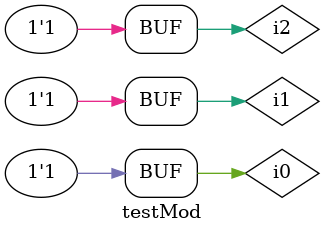
<source format=v>

module decoderMod(i2, i1, i0, o0, o1, o2, o3, o4, o5, o6, o7);
    input i2, i1, i0;
    output o0, o1, o2, o3, o4, o5, o6, o7;

    wire not_i2, not_i1, not_i0;

    not(not_i2, i2);
    not(not_i1, i1);
    not(not_i0, i0);

    and(o0, not_i2, not_i1, not_i0);
    and(o1, not_i2, not_i1, i0);
    and(o2, not_i2, i1, not_i0);
    and(o3, not_i2, i1, i0);
    and(o4, i2, not_i1, not_i0);
    and(o5, i2, not_i1, i0);
    and(o6, i2, i1, not_i0);
    and(o7, i2, i1, i0);
endmodule

module testMod;
    reg i2, i1, i0;
    wire o0, o1, o2, o3, o4, o5, o6, o7;

    decoderMod the_decoder(i2, i1, i0, o0, o1, o2, o3, o4, o5, o6, o7);

    initial begin
      $display("Time  i2  i1  i0   o0  o1  o2  o3  o4  o5  o6  o7");
      $display("----  ----------   ------------------------------");
      $monitor("   %0d   %b   %b   %b   %b   %b   %b   %b   %b   %b   %b   %b",$time, i2, i1, i0, o0, o1, o2, o3, o4, o5, o6, o7);
    end

    initial begin
      i2 = 0; i1 = 0; i0 = 0;
      #1;
      i2 = 0; i1 = 0; i0 = 1;
      #1;
      i2 = 0; i1 = 1; i0 = 0;
      #1;
      i2 = 0; i1 = 1; i0 = 1;
      #1;
      i2 = 1; i1 = 0; i0 = 0;
      #1;
      i2 = 1; i1 = 0; i0 = 1;
      #1;
      i2 = 1; i1 = 1; i0 = 0;
      #1;
      i2 = 1; i1 = 1; i0 = 1;
    end
endmodule
</source>
